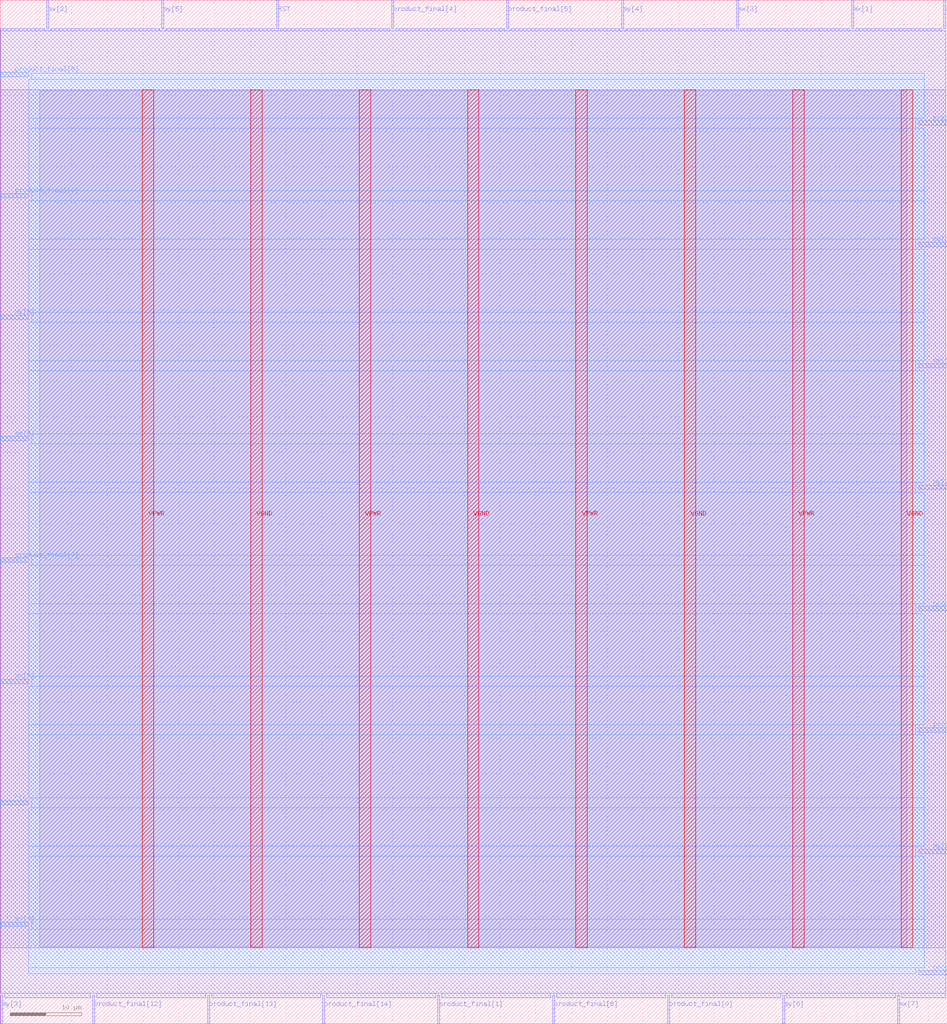
<source format=lef>
VERSION 5.7 ;
  NOWIREEXTENSIONATPIN ON ;
  DIVIDERCHAR "/" ;
  BUSBITCHARS "[]" ;
MACRO r8_mb8
  CLASS BLOCK ;
  FOREIGN r8_mb8 ;
  ORIGIN 0.000 0.000 ;
  SIZE 132.620 BY 143.340 ;
  PIN CLK
    DIRECTION INPUT ;
    USE SIGNAL ;
    PORT
      LAYER met3 ;
        RECT 0.000 30.640 4.000 31.240 ;
    END
  END CLK
  PIN RST
    DIRECTION INPUT ;
    USE SIGNAL ;
    PORT
      LAYER met2 ;
        RECT 38.730 139.340 39.010 143.340 ;
    END
  END RST
  PIN VGND
    DIRECTION INOUT ;
    USE GROUND ;
    PORT
      LAYER met4 ;
        RECT 35.080 10.640 36.680 130.800 ;
    END
    PORT
      LAYER met4 ;
        RECT 65.440 10.640 67.040 130.800 ;
    END
    PORT
      LAYER met4 ;
        RECT 95.800 10.640 97.400 130.800 ;
    END
    PORT
      LAYER met4 ;
        RECT 126.160 10.640 127.760 130.800 ;
    END
  END VGND
  PIN VPWR
    DIRECTION INOUT ;
    USE POWER ;
    PORT
      LAYER met4 ;
        RECT 19.900 10.640 21.500 130.800 ;
    END
    PORT
      LAYER met4 ;
        RECT 50.260 10.640 51.860 130.800 ;
    END
    PORT
      LAYER met4 ;
        RECT 80.620 10.640 82.220 130.800 ;
    END
    PORT
      LAYER met4 ;
        RECT 110.980 10.640 112.580 130.800 ;
    END
  END VPWR
  PIN mx[0]
    DIRECTION INPUT ;
    USE SIGNAL ;
    PORT
      LAYER met3 ;
        RECT 0.000 47.640 4.000 48.240 ;
    END
  END mx[0]
  PIN mx[1]
    DIRECTION INPUT ;
    USE SIGNAL ;
    PORT
      LAYER met2 ;
        RECT 119.230 139.340 119.510 143.340 ;
    END
  END mx[1]
  PIN mx[2]
    DIRECTION INPUT ;
    USE SIGNAL ;
    PORT
      LAYER met2 ;
        RECT 6.530 139.340 6.810 143.340 ;
    END
  END mx[2]
  PIN mx[3]
    DIRECTION INPUT ;
    USE SIGNAL ;
    PORT
      LAYER met2 ;
        RECT 103.130 139.340 103.410 143.340 ;
    END
  END mx[3]
  PIN mx[4]
    DIRECTION INPUT ;
    USE SIGNAL ;
    PORT
      LAYER met3 ;
        RECT 0.000 13.640 4.000 14.240 ;
    END
  END mx[4]
  PIN mx[5]
    DIRECTION INPUT ;
    USE SIGNAL ;
    PORT
      LAYER met3 ;
        RECT 0.000 81.640 4.000 82.240 ;
    END
  END mx[5]
  PIN mx[6]
    DIRECTION INPUT ;
    USE SIGNAL ;
    PORT
      LAYER met3 ;
        RECT 128.620 91.840 132.620 92.440 ;
    END
  END mx[6]
  PIN mx[7]
    DIRECTION INPUT ;
    USE SIGNAL ;
    PORT
      LAYER met2 ;
        RECT 125.670 0.000 125.950 4.000 ;
    END
  END mx[7]
  PIN my[0]
    DIRECTION INPUT ;
    USE SIGNAL ;
    PORT
      LAYER met2 ;
        RECT 109.570 0.000 109.850 4.000 ;
    END
  END my[0]
  PIN my[1]
    DIRECTION INPUT ;
    USE SIGNAL ;
    PORT
      LAYER met3 ;
        RECT 128.620 108.840 132.620 109.440 ;
    END
  END my[1]
  PIN my[2]
    DIRECTION INPUT ;
    USE SIGNAL ;
    PORT
      LAYER met3 ;
        RECT 128.620 74.840 132.620 75.440 ;
    END
  END my[2]
  PIN my[3]
    DIRECTION INPUT ;
    USE SIGNAL ;
    PORT
      LAYER met2 ;
        RECT 0.090 0.000 0.370 4.000 ;
    END
  END my[3]
  PIN my[4]
    DIRECTION INPUT ;
    USE SIGNAL ;
    PORT
      LAYER met2 ;
        RECT 87.030 139.340 87.310 143.340 ;
    END
  END my[4]
  PIN my[5]
    DIRECTION INPUT ;
    USE SIGNAL ;
    PORT
      LAYER met2 ;
        RECT 22.630 139.340 22.910 143.340 ;
    END
  END my[5]
  PIN my[6]
    DIRECTION INPUT ;
    USE SIGNAL ;
    PORT
      LAYER met3 ;
        RECT 0.000 98.640 4.000 99.240 ;
    END
  END my[6]
  PIN my[7]
    DIRECTION INPUT ;
    USE SIGNAL ;
    PORT
      LAYER met3 ;
        RECT 128.620 23.840 132.620 24.440 ;
    END
  END my[7]
  PIN product_final[0]
    DIRECTION OUTPUT TRISTATE ;
    USE SIGNAL ;
    PORT
      LAYER met2 ;
        RECT 93.470 0.000 93.750 4.000 ;
    END
  END product_final[0]
  PIN product_final[10]
    DIRECTION OUTPUT TRISTATE ;
    USE SIGNAL ;
    PORT
      LAYER met2 ;
        RECT 132.110 139.340 132.390 143.340 ;
    END
  END product_final[10]
  PIN product_final[11]
    DIRECTION OUTPUT TRISTATE ;
    USE SIGNAL ;
    PORT
      LAYER met3 ;
        RECT 128.620 6.840 132.620 7.440 ;
    END
  END product_final[11]
  PIN product_final[12]
    DIRECTION OUTPUT TRISTATE ;
    USE SIGNAL ;
    PORT
      LAYER met2 ;
        RECT 12.970 0.000 13.250 4.000 ;
    END
  END product_final[12]
  PIN product_final[13]
    DIRECTION OUTPUT TRISTATE ;
    USE SIGNAL ;
    PORT
      LAYER met2 ;
        RECT 29.070 0.000 29.350 4.000 ;
    END
  END product_final[13]
  PIN product_final[14]
    DIRECTION OUTPUT TRISTATE ;
    USE SIGNAL ;
    PORT
      LAYER met2 ;
        RECT 45.170 0.000 45.450 4.000 ;
    END
  END product_final[14]
  PIN product_final[15]
    DIRECTION OUTPUT TRISTATE ;
    USE SIGNAL ;
    PORT
      LAYER met3 ;
        RECT 128.620 40.840 132.620 41.440 ;
    END
  END product_final[15]
  PIN product_final[1]
    DIRECTION OUTPUT TRISTATE ;
    USE SIGNAL ;
    PORT
      LAYER met2 ;
        RECT 61.270 0.000 61.550 4.000 ;
    END
  END product_final[1]
  PIN product_final[2]
    DIRECTION OUTPUT TRISTATE ;
    USE SIGNAL ;
    PORT
      LAYER met3 ;
        RECT 0.000 115.640 4.000 116.240 ;
    END
  END product_final[2]
  PIN product_final[3]
    DIRECTION OUTPUT TRISTATE ;
    USE SIGNAL ;
    PORT
      LAYER met3 ;
        RECT 128.620 125.840 132.620 126.440 ;
    END
  END product_final[3]
  PIN product_final[4]
    DIRECTION OUTPUT TRISTATE ;
    USE SIGNAL ;
    PORT
      LAYER met2 ;
        RECT 54.830 139.340 55.110 143.340 ;
    END
  END product_final[4]
  PIN product_final[5]
    DIRECTION OUTPUT TRISTATE ;
    USE SIGNAL ;
    PORT
      LAYER met2 ;
        RECT 70.930 139.340 71.210 143.340 ;
    END
  END product_final[5]
  PIN product_final[6]
    DIRECTION OUTPUT TRISTATE ;
    USE SIGNAL ;
    PORT
      LAYER met2 ;
        RECT 77.370 0.000 77.650 4.000 ;
    END
  END product_final[6]
  PIN product_final[7]
    DIRECTION OUTPUT TRISTATE ;
    USE SIGNAL ;
    PORT
      LAYER met3 ;
        RECT 0.000 64.640 4.000 65.240 ;
    END
  END product_final[7]
  PIN product_final[8]
    DIRECTION OUTPUT TRISTATE ;
    USE SIGNAL ;
    PORT
      LAYER met3 ;
        RECT 0.000 132.640 4.000 133.240 ;
    END
  END product_final[8]
  PIN product_final[9]
    DIRECTION OUTPUT TRISTATE ;
    USE SIGNAL ;
    PORT
      LAYER met3 ;
        RECT 128.620 57.840 132.620 58.440 ;
    END
  END product_final[9]
  OBS
      LAYER li1 ;
        RECT 5.520 10.795 126.960 130.645 ;
      LAYER met1 ;
        RECT 0.070 10.640 132.410 130.800 ;
      LAYER met2 ;
        RECT 0.100 139.060 6.250 139.340 ;
        RECT 7.090 139.060 22.350 139.340 ;
        RECT 23.190 139.060 38.450 139.340 ;
        RECT 39.290 139.060 54.550 139.340 ;
        RECT 55.390 139.060 70.650 139.340 ;
        RECT 71.490 139.060 86.750 139.340 ;
        RECT 87.590 139.060 102.850 139.340 ;
        RECT 103.690 139.060 118.950 139.340 ;
        RECT 119.790 139.060 131.830 139.340 ;
        RECT 0.100 4.280 132.380 139.060 ;
        RECT 0.650 3.670 12.690 4.280 ;
        RECT 13.530 3.670 28.790 4.280 ;
        RECT 29.630 3.670 44.890 4.280 ;
        RECT 45.730 3.670 60.990 4.280 ;
        RECT 61.830 3.670 77.090 4.280 ;
        RECT 77.930 3.670 93.190 4.280 ;
        RECT 94.030 3.670 109.290 4.280 ;
        RECT 110.130 3.670 125.390 4.280 ;
        RECT 126.230 3.670 132.380 4.280 ;
      LAYER met3 ;
        RECT 4.400 132.240 129.410 133.105 ;
        RECT 4.000 126.840 129.410 132.240 ;
        RECT 4.000 125.440 128.220 126.840 ;
        RECT 4.000 116.640 129.410 125.440 ;
        RECT 4.400 115.240 129.410 116.640 ;
        RECT 4.000 109.840 129.410 115.240 ;
        RECT 4.000 108.440 128.220 109.840 ;
        RECT 4.000 99.640 129.410 108.440 ;
        RECT 4.400 98.240 129.410 99.640 ;
        RECT 4.000 92.840 129.410 98.240 ;
        RECT 4.000 91.440 128.220 92.840 ;
        RECT 4.000 82.640 129.410 91.440 ;
        RECT 4.400 81.240 129.410 82.640 ;
        RECT 4.000 75.840 129.410 81.240 ;
        RECT 4.000 74.440 128.220 75.840 ;
        RECT 4.000 65.640 129.410 74.440 ;
        RECT 4.400 64.240 129.410 65.640 ;
        RECT 4.000 58.840 129.410 64.240 ;
        RECT 4.000 57.440 128.220 58.840 ;
        RECT 4.000 48.640 129.410 57.440 ;
        RECT 4.400 47.240 129.410 48.640 ;
        RECT 4.000 41.840 129.410 47.240 ;
        RECT 4.000 40.440 128.220 41.840 ;
        RECT 4.000 31.640 129.410 40.440 ;
        RECT 4.400 30.240 129.410 31.640 ;
        RECT 4.000 24.840 129.410 30.240 ;
        RECT 4.000 23.440 128.220 24.840 ;
        RECT 4.000 14.640 129.410 23.440 ;
        RECT 4.400 13.240 129.410 14.640 ;
        RECT 4.000 7.840 129.410 13.240 ;
        RECT 4.000 6.975 128.220 7.840 ;
  END
END r8_mb8
END LIBRARY


</source>
